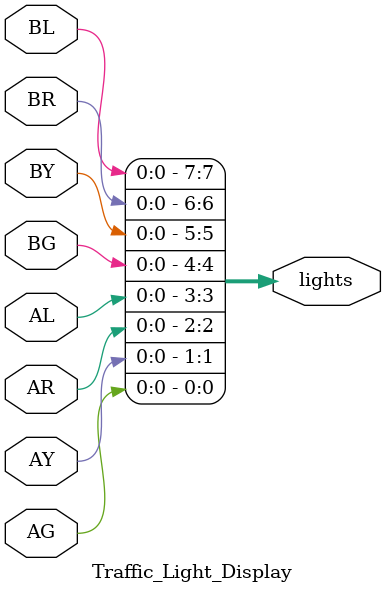
<source format=v>
module Traffic_Light_Display(
    input wire AG,
    input wire AY,
    input wire AR,
    input wire AL,
    input wire BG,
    input wire BY,
    input wire BR,
    input wire BL,
    output wire [7:0] lights
);
    assign lights = {BL, BR, BY, BG, AL, AR, AY, AG};
endmodule

</source>
